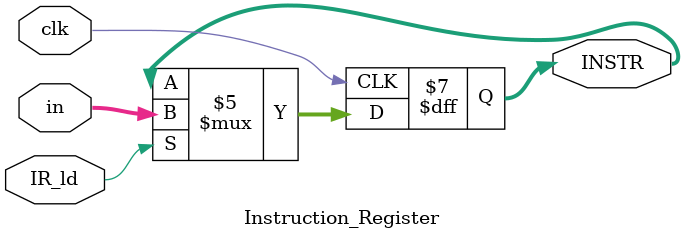
<source format=v>
`timescale 1ns / 1ps


module Instruction_Register(in, IR_ld, clk, INSTR);
input [15:0] in;
input clk, IR_ld;
output reg [15:0] INSTR = 0;
always @ (posedge clk)
begin
if (IR_ld==1) INSTR = in;
end
endmodule

</source>
